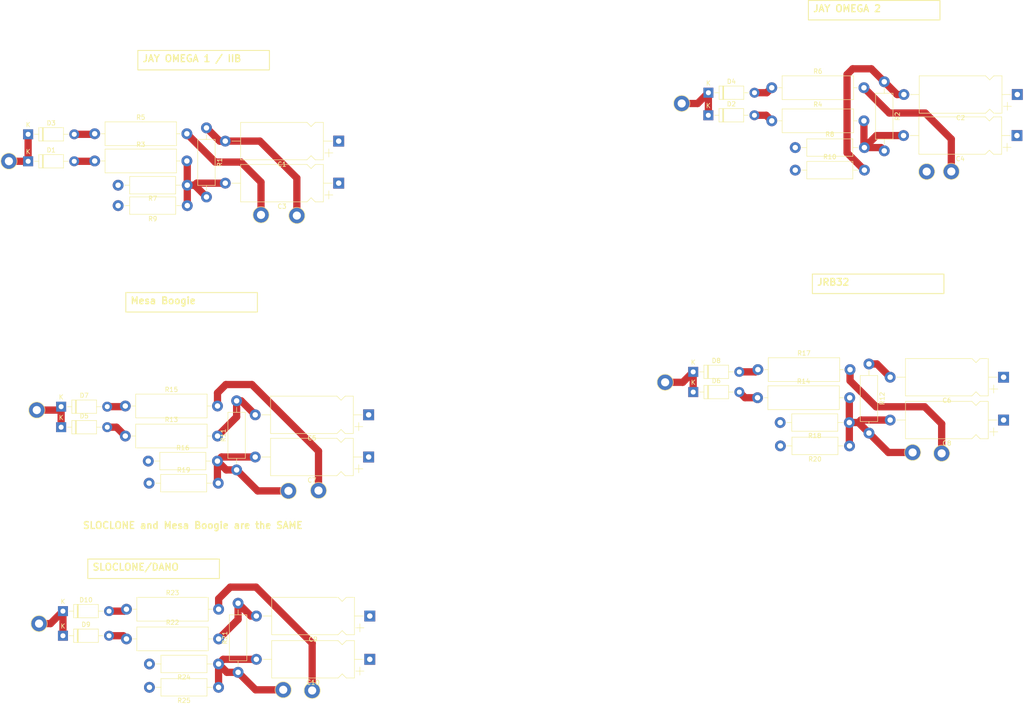
<source format=kicad_pcb>
(kicad_pcb (version 20241229) (generator "pcbnew") (generator_version "9.0")
  (layers (0 "F.Cu" signal) (2 "B.Cu" signal) (13 "F.Paste" user) (15 "B.Paste" user) (5 "F.SilkS" user "F.Silkscreen") (7 "B.SilkS" user "B.Silkscreen") (1 "F.Mask" user) (3 "B.Mask" user) (25 "Edge.Cuts" user))
  (net 0 "")
  (net 1 "GND")
  (net 2 "F")
  (net 3 "Net-(C2-Pad2)")
  (net 4 "Net-(C3-Pad2)")
  (net 5 "Net-(C4-Pad2)")
  (net 6 "Net-(C5-Pad2)")
  (net 7 "Net-(C6-Pad2)")
  (net 8 "Net-(C9-Pad2)")
  (net 9 "60VAC")
  (net 10 "Net-(D1-A)")
  (net 11 "Net-(D2-A)")
  (net 12 "Net-(D3-A)")
  (net 13 "Net-(D4-A)")
  (net 14 "Net-(D5-A)")
  (net 15 "Net-(D6-A)")
  (net 16 "Net-(D7-A)")
  (net 17 "Net-(D8-A)")
  (net 18 "Net-(D9-A)")
  (net 19 "Net-(D10-A)")
  (net 20 "G")
  (footprint "Capacitor_THT:CP_Axial_L18.0mm_D8.0mm_P25.00mm_Horizontal" (layer "F.Cu") (at 95.925 114 180)
    (property "Reference" "C5" (at 12.5 -5.12 0) (layer "F.SilkS"))
    (property "Value" "47uF 100V")
    (pad "1" thru_hole rect (at 0 0 180) (size 2.4 2.4) (drill 1.2) (layers "*.Cu" "*.Mask") (net 1 "GND"))
    (pad "2" thru_hole oval (at 25 0 180) (size 2.4 2.4) (drill 1.2) (layers "*.Cu" "*.Mask") (net 6 "Net-(C5-Pad2)"))
  )
  (footprint "Capacitor_THT:CP_Axial_L18.0mm_D8.0mm_P25.00mm_Horizontal" (layer "F.Cu") (at 89.325 62.9 180)
    (property "Reference" "C3" (at 12.5 -5.12 0) (layer "F.SilkS"))
    (property "Value" "47uF 100V")
    (pad "1" thru_hole rect (at 0 0 180) (size 2.4 2.4) (drill 1.2) (layers "*.Cu" "*.Mask") (net 1 "GND"))
    (pad "2" thru_hole oval (at 25 0 180) (size 2.4 2.4) (drill 1.2) (layers "*.Cu" "*.Mask") (net 4 "Net-(C3-Pad2)"))
  )
  (footprint "HiroFootprints:Out_Hole_3.4_1.8" (layer "F.Cu") (at 16.63 58.05)
    (property "Reference" "TP3" (hide yes))
    (property "Value" "Bias Tap" (hide yes))
    (pad "1" thru_hole circle (at 0 0) (size 3.4 3.4) (drill 1.8) (layers "*.Cu" "*.Mask") (net 9 "60VAC"))
  )
  (footprint "Resistor_THT:R_Axial_DIN0411_L9.9mm_D3.6mm_P15.24mm_Horizontal" (layer "F.Cu") (at 60.175 50.705 -90)
    (property "Reference" "R1" (at 7.62 -2.92 90) (layer "F.SilkS"))
    (property "Value" "10K")
    (pad "1" thru_hole circle (at 0 0 270) (size 2.4 2.4) (drill 1.2) (layers "*.Cu" "*.Mask") (net 2 "F"))
    (pad "2" thru_hole oval (at 15.24 0 270) (size 2.4 2.4) (drill 1.2) (layers "*.Cu" "*.Mask") (net 4 "Net-(C3-Pad2)"))
  )
  (footprint "Diode_THT:D_DO-41_SOD81_P10.16mm_Horizontal" (layer "F.Cu") (at 20.87 52.125)
    (property "Reference" "D3" (at 5.08 -2.47 0) (layer "F.SilkS"))
    (property "Value" "1N4006")
    (fp_text user "K" (at 0 -2.1 0) (layer "F.SilkS"))
    (pad "1" thru_hole rect (at 0 0) (size 2.2 2.2) (drill 1.1) (layers "*.Cu" "*.Mask") (net 9 "60VAC"))
    (pad "2" thru_hole oval (at 10.16 0) (size 2.2 2.2) (drill 1.1) (layers "*.Cu" "*.Mask") (net 12 "Net-(D3-A)"))
  )
  (footprint "Diode_THT:D_DO-41_SOD81_P10.16mm_Horizontal" (layer "F.Cu") (at 170.81 42.95)
    (property "Reference" "D4" (at 5.08 -2.47 0) (layer "F.SilkS"))
    (property "Value" "1N4006")
    (fp_text user "K" (at 0 -2.1 0) (layer "F.SilkS"))
    (pad "1" thru_hole rect (at 0 0) (size 2.2 2.2) (drill 1.1) (layers "*.Cu" "*.Mask") (net 9 "60VAC"))
    (pad "2" thru_hole oval (at 10.16 0) (size 2.2 2.2) (drill 1.1) (layers "*.Cu" "*.Mask") (net 13 "Net-(D4-A)"))
  )
  (footprint "Resistor_THT:R_Axial_DIN0411_L9.9mm_D3.6mm_P15.24mm_Horizontal" (layer "F.Cu") (at 206.2 102.78 -90)
    (property "Reference" "R12" (at 7.62 -2.92 90) (layer "F.SilkS"))
    (property "Value" "10K")
    (pad "1" thru_hole circle (at 0 0 270) (size 2.4 2.4) (drill 1.2) (layers "*.Cu" "*.Mask") (net 7 "Net-(C6-Pad2)"))
    (pad "2" thru_hole oval (at 15.24 0 270) (size 2.4 2.4) (drill 1.2) (layers "*.Cu" "*.Mask") (net 2 "F"))
  )
  (footprint "Resistor_THT:R_Axial_DIN0516_L15.5mm_D5.0mm_P20.32mm_Horizontal" (layer "F.Cu") (at 181.715 104.025)
    (property "Reference" "R17" (at 10.16 -3.62 0) (layer "F.SilkS"))
    (property "Value" "220")
    (pad "1" thru_hole circle (at 0 0) (size 2.4 2.4) (drill 1.2) (layers "*.Cu" "*.Mask") (net 17 "Net-(D8-A)"))
    (pad "2" thru_hole oval (at 20.32 0) (size 2.4 2.4) (drill 1.2) (layers "*.Cu" "*.Mask") (net 20 "G"))
  )
  (footprint "Diode_THT:D_DO-41_SOD81_P10.16mm_Horizontal" (layer "F.Cu") (at 28.545 157.3)
    (property "Reference" "D10" (at 5.08 -2.47 0) (layer "F.SilkS"))
    (property "Value" "1N4006")
    (fp_text user "K" (at 0 -2.1 0) (layer "F.SilkS"))
    (pad "1" thru_hole rect (at 0 0) (size 2.2 2.2) (drill 1.1) (layers "*.Cu" "*.Mask") (net 9 "60VAC"))
    (pad "2" thru_hole oval (at 10.16 0) (size 2.2 2.2) (drill 1.1) (layers "*.Cu" "*.Mask") (net 19 "Net-(D10-A)"))
  )
  (footprint "Diode_THT:D_DO-41_SOD81_P10.16mm_Horizontal" (layer "F.Cu") (at 28.145 116.725)
    (property "Reference" "D5" (at 5.08 -2.47 0) (layer "F.SilkS"))
    (property "Value" "1N4006")
    (fp_text user "K" (at 0 -2.1 0) (layer "F.SilkS"))
    (pad "1" thru_hole rect (at 0 0) (size 2.2 2.2) (drill 1.1) (layers "*.Cu" "*.Mask") (net 9 "60VAC"))
    (pad "2" thru_hole oval (at 10.16 0) (size 2.2 2.2) (drill 1.1) (layers "*.Cu" "*.Mask") (net 14 "Net-(D5-A)"))
  )
  (footprint "Resistor_THT:R_Axial_DIN0516_L15.5mm_D5.0mm_P20.32mm_Horizontal" (layer "F.Cu") (at 42.29 112.05)
    (property "Reference" "R15" (at 10.16 -3.62 0) (layer "F.SilkS"))
    (property "Value" "220")
    (pad "1" thru_hole circle (at 0 0) (size 2.4 2.4) (drill 1.2) (layers "*.Cu" "*.Mask") (net 16 "Net-(D7-A)"))
    (pad "2" thru_hole oval (at 20.32 0) (size 2.4 2.4) (drill 1.2) (layers "*.Cu" "*.Mask") (net 20 "G"))
  )
  (footprint "Resistor_THT:R_Axial_DIN0411_L9.9mm_D3.6mm_P15.24mm_Horizontal" (layer "F.Cu") (at 47.355 124.2)
    (property "Reference" "R16" (at 7.62 -2.92 0) (layer "F.SilkS"))
    (property "Value" "Bias Set")
    (pad "1" thru_hole circle (at 0 0) (size 2.4 2.4) (drill 1.2) (layers "*.Cu" "*.Mask") (net 1 "GND"))
    (pad "2" thru_hole oval (at 15.24 0) (size 2.4 2.4) (drill 1.2) (layers "*.Cu" "*.Mask") (net 2 "F"))
  )
  (footprint "Resistor_THT:R_Axial_DIN0411_L9.9mm_D3.6mm_P15.24mm_Horizontal" (layer "F.Cu") (at 189.955 60.025)
    (property "Reference" "R10" (at 7.62 -2.92 0) (layer "F.SilkS"))
    (property "Value" "Bias Set")
    (pad "1" thru_hole circle (at 0 0) (size 2.4 2.4) (drill 1.2) (layers "*.Cu" "*.Mask") (net 1 "GND"))
    (pad "2" thru_hole oval (at 15.24 0) (size 2.4 2.4) (drill 1.2) (layers "*.Cu" "*.Mask") (net 3 "Net-(C2-Pad2)"))
  )
  (footprint "Capacitor_THT:CP_Axial_L18.0mm_D8.0mm_P25.00mm_Horizontal" (layer "F.Cu") (at 238.825 52.4 180)
    (property "Reference" "C4" (at 12.5 -5.12 0) (layer "F.SilkS"))
    (property "Value" "47uF 100V")
    (pad "1" thru_hole rect (at 0 0 180) (size 2.4 2.4) (drill 1.2) (layers "*.Cu" "*.Mask") (net 1 "GND"))
    (pad "2" thru_hole oval (at 25 0 180) (size 2.4 2.4) (drill 1.2) (layers "*.Cu" "*.Mask") (net 5 "Net-(C4-Pad2)"))
  )
  (footprint "Resistor_THT:R_Axial_DIN0411_L9.9mm_D3.6mm_P15.24mm_Horizontal" (layer "F.Cu") (at 201.875 115.7 180)
    (property "Reference" "R18" (at 7.62 -2.92 0) (layer "F.SilkS"))
    (property "Value" "Bias Set")
    (pad "1" thru_hole circle (at 0 0 180) (size 2.4 2.4) (drill 1.2) (layers "*.Cu" "*.Mask") (net 2 "F"))
    (pad "2" thru_hole oval (at 15.24 0 180) (size 2.4 2.4) (drill 1.2) (layers "*.Cu" "*.Mask") (net 1 "GND"))
  )
  (footprint "Resistor_THT:R_Axial_DIN0411_L9.9mm_D3.6mm_P15.24mm_Horizontal" (layer "F.Cu") (at 189.955 55.05)
    (property "Reference" "R8" (at 7.62 -2.92 0) (layer "F.SilkS"))
    (property "Value" "Bias Set")
    (pad "1" thru_hole circle (at 0 0) (size 2.4 2.4) (drill 1.2) (layers "*.Cu" "*.Mask") (net 1 "GND"))
    (pad "2" thru_hole oval (at 15.24 0) (size 2.4 2.4) (drill 1.2) (layers "*.Cu" "*.Mask") (net 5 "Net-(C4-Pad2)"))
  )
  (footprint "Resistor_THT:R_Axial_DIN0411_L9.9mm_D3.6mm_P15.24mm_Horizontal" (layer "F.Cu") (at 66.825 126.145 90)
    (property "Reference" "R11" (at 7.62 -2.92 90) (layer "F.SilkS"))
    (property "Value" "10K")
    (pad "1" thru_hole circle (at 0 0 90) (size 2.4 2.4) (drill 1.2) (layers "*.Cu" "*.Mask") (net 2 "F"))
    (pad "2" thru_hole oval (at 15.24 0 90) (size 2.4 2.4) (drill 1.2) (layers "*.Cu" "*.Mask") (net 6 "Net-(C5-Pad2)"))
  )
  (footprint "Capacitor_THT:CP_Axial_L18.0mm_D8.0mm_P25.00mm_Horizontal" (layer "F.Cu") (at 235.875 105.7 180)
    (property "Reference" "C6" (at 12.5 -5.12 0) (layer "F.SilkS"))
    (property "Value" "47uF 100V")
    (pad "1" thru_hole rect (at 0 0 180) (size 2.4 2.4) (drill 1.2) (layers "*.Cu" "*.Mask") (net 1 "GND"))
    (pad "2" thru_hole oval (at 25 0 180) (size 2.4 2.4) (drill 1.2) (layers "*.Cu" "*.Mask") (net 7 "Net-(C6-Pad2)"))
  )
  (footprint "Resistor_THT:R_Axial_DIN0516_L15.5mm_D5.0mm_P20.32mm_Horizontal" (layer "F.Cu") (at 184.775 49.15)
    (property "Reference" "R4" (at 10.16 -3.62 0) (layer "F.SilkS"))
    (property "Value" "470")
    (pad "1" thru_hole circle (at 0 0) (size 2.4 2.4) (drill 1.2) (layers "*.Cu" "*.Mask") (net 11 "Net-(D2-A)"))
    (pad "2" thru_hole oval (at 20.32 0) (size 2.4 2.4) (drill 1.2) (layers "*.Cu" "*.Mask") (net 5 "Net-(C4-Pad2)"))
  )
  (footprint "Diode_THT:D_DO-41_SOD81_P10.16mm_Horizontal" (layer "F.Cu") (at 28.145 112.2)
    (property "Reference" "D7" (at 5.08 -2.47 0) (layer "F.SilkS"))
    (property "Value" "1N4006")
    (fp_text user "K" (at 0 -2.1 0) (layer "F.SilkS"))
    (pad "1" thru_hole rect (at 0 0) (size 2.2 2.2) (drill 1.1) (layers "*.Cu" "*.Mask") (net 9 "60VAC"))
    (pad "2" thru_hole oval (at 10.16 0) (size 2.2 2.2) (drill 1.1) (layers "*.Cu" "*.Mask") (net 16 "Net-(D7-A)"))
  )
  (footprint "Resistor_THT:R_Axial_DIN0411_L9.9mm_D3.6mm_P15.24mm_Horizontal" (layer "F.Cu") (at 55.95 67.85 180)
    (property "Reference" "R9" (at 7.62 -2.92 0) (layer "F.SilkS"))
    (property "Value" "Bias Set")
    (pad "1" thru_hole circle (at 0 0 180) (size 2.4 2.4) (drill 1.2) (layers "*.Cu" "*.Mask") (net 4 "Net-(C3-Pad2)"))
    (pad "2" thru_hole oval (at 15.24 0 180) (size 2.4 2.4) (drill 1.2) (layers "*.Cu" "*.Mask") (net 1 "GND"))
  )
  (footprint "Capacitor_THT:CP_Axial_L18.0mm_D8.0mm_P25.00mm_Horizontal" (layer "F.Cu") (at 95.925 123.3 180)
    (property "Reference" "C7" (at 12.5 -5.12 0) (layer "F.SilkS"))
    (property "Value" "47uF 100V")
    (pad "1" thru_hole rect (at 0 0 180) (size 2.4 2.4) (drill 1.2) (layers "*.Cu" "*.Mask") (net 1 "GND"))
    (pad "2" thru_hole oval (at 25 0 180) (size 2.4 2.4) (drill 1.2) (layers "*.Cu" "*.Mask") (net 2 "F"))
  )
  (footprint "Diode_THT:D_DO-41_SOD81_P10.16mm_Horizontal" (layer "F.Cu") (at 167.47 108.975)
    (property "Reference" "D6" (at 5.08 -2.47 0) (layer "F.SilkS"))
    (property "Value" "1N4006")
    (fp_text user "K" (at 0 -2.1 0) (layer "F.SilkS"))
    (pad "1" thru_hole rect (at 0 0) (size 2.2 2.2) (drill 1.1) (layers "*.Cu" "*.Mask") (net 9 "60VAC"))
    (pad "2" thru_hole oval (at 10.16 0) (size 2.2 2.2) (drill 1.1) (layers "*.Cu" "*.Mask") (net 15 "Net-(D6-A)"))
  )
  (footprint "Resistor_THT:R_Axial_DIN0516_L15.5mm_D5.0mm_P20.32mm_Horizontal" (layer "F.Cu") (at 184.775 41.85)
    (property "Reference" "R6" (at 10.16 -3.62 0) (layer "F.SilkS"))
    (property "Value" "220")
    (pad "1" thru_hole circle (at 0 0) (size 2.4 2.4) (drill 1.2) (layers "*.Cu" "*.Mask") (net 13 "Net-(D4-A)"))
    (pad "2" thru_hole oval (at 20.32 0) (size 2.4 2.4) (drill 1.2) (layers "*.Cu" "*.Mask") (net 20 "G"))
  )
  (footprint "HiroFootprints:Out_Hole_3.4_1.8" (layer "F.Cu") (at 224.35 60.325)
    (property "Reference" "TP6" (hide yes))
    (property "Value" "EQ/G" (hide yes))
    (pad "1" thru_hole circle (at 0 0) (size 3.4 3.4) (drill 1.8) (layers "*.Cu" "*.Mask") (net 20 "G"))
  )
  (footprint "HiroFootprints:Out_Hole_3.4_1.8" (layer "F.Cu") (at 78.25 130.775)
    (property "Reference" "TP7" (hide yes))
    (property "Value" "Bias/F" (hide yes))
    (pad "1" thru_hole circle (at 0 0) (size 3.4 3.4) (drill 1.8) (layers "*.Cu" "*.Mask") (net 2 "F"))
  )
  (footprint "Resistor_THT:R_Axial_DIN0411_L9.9mm_D3.6mm_P15.24mm_Horizontal" (layer "F.Cu") (at 209.575 40.53 -90)
    (property "Reference" "R2" (at 7.62 -2.92 90) (layer "F.SilkS"))
    (property "Value" "10K")
    (pad "1" thru_hole circle (at 0 0 270) (size 2.4 2.4) (drill 1.2) (layers "*.Cu" "*.Mask") (net 3 "Net-(C2-Pad2)"))
    (pad "2" thru_hole oval (at 15.24 0 270) (size 2.4 2.4) (drill 1.2) (layers "*.Cu" "*.Mask") (net 5 "Net-(C4-Pad2)"))
  )
  (footprint "Resistor_THT:R_Axial_DIN0516_L15.5mm_D5.0mm_P20.32mm_Horizontal" (layer "F.Cu") (at 42.29 118.675)
    (property "Reference" "R13" (at 10.16 -3.62 0) (layer "F.SilkS"))
    (property "Value" "470")
    (pad "1" thru_hole circle (at 0 0) (size 2.4 2.4) (drill 1.2) (layers "*.Cu" "*.Mask") (net 14 "Net-(D5-A)"))
    (pad "2" thru_hole oval (at 20.32 0) (size 2.4 2.4) (drill 1.2) (layers "*.Cu" "*.Mask") (net 6 "Net-(C5-Pad2)"))
  )
  (footprint "Resistor_THT:R_Axial_DIN0516_L15.5mm_D5.0mm_P20.32mm_Horizontal" (layer "F.Cu") (at 42.54 156.875)
    (property "Reference" "R23" (at 10.16 -3.62 0) (layer "F.SilkS"))
    (property "Value" "220")
    (pad "1" thru_hole circle (at 0 0) (size 2.4 2.4) (drill 1.2) (layers "*.Cu" "*.Mask") (net 19 "Net-(D10-A)"))
    (pad "2" thru_hole oval (at 20.32 0) (size 2.4 2.4) (drill 1.2) (layers "*.Cu" "*.Mask") (net 20 "G"))
  )
  (footprint "Diode_THT:D_DO-41_SOD81_P10.16mm_Horizontal" (layer "F.Cu") (at 20.87 58.075)
    (property "Reference" "D1" (at 5.08 -2.47 0) (layer "F.SilkS"))
    (property "Value" "1N4006")
    (fp_text user "K" (at 0 -2.1 0) (layer "F.SilkS"))
    (pad "1" thru_hole rect (at 0 0) (size 2.2 2.2) (drill 1.1) (layers "*.Cu" "*.Mask") (net 9 "60VAC"))
    (pad "2" thru_hole oval (at 10.16 0) (size 2.2 2.2) (drill 1.1) (layers "*.Cu" "*.Mask") (net 10 "Net-(D1-A)"))
  )
  (footprint "Resistor_THT:R_Axial_DIN0411_L9.9mm_D3.6mm_P15.24mm_Horizontal" (layer "F.Cu") (at 47.53 129.075)
    (property "Reference" "R19" (at 7.62 -2.92 0) (layer "F.SilkS"))
    (property "Value" "Bias Set")
    (pad "1" thru_hole circle (at 0 0) (size 2.4 2.4) (drill 1.2) (layers "*.Cu" "*.Mask") (net 1 "GND"))
    (pad "2" thru_hole oval (at 15.24 0) (size 2.4 2.4) (drill 1.2) (layers "*.Cu" "*.Mask") (net 2 "F"))
  )
  (footprint "Resistor_THT:R_Axial_DIN0411_L9.9mm_D3.6mm_P15.24mm_Horizontal" (layer "F.Cu") (at 62.845 174.1 180)
    (property "Reference" "R25" (at 7.62 -2.92 0) (layer "F.SilkS"))
    (property "Value" "Bias Set")
    (pad "1" thru_hole circle (at 0 0 180) (size 2.4 2.4) (drill 1.2) (layers "*.Cu" "*.Mask") (net 2 "F"))
    (pad "2" thru_hole oval (at 15.24 0 180) (size 2.4 2.4) (drill 1.2) (layers "*.Cu" "*.Mask") (net 1 "GND"))
  )
  (footprint "Capacitor_THT:CP_Axial_L18.0mm_D8.0mm_P25.00mm_Horizontal" (layer "F.Cu") (at 89.325 53.625 180)
    (property "Reference" "C1" (at 12.5 -5.12 0) (layer "F.SilkS"))
    (property "Value" "47uF 100V")
    (pad "1" thru_hole rect (at 0 0 180) (size 2.4 2.4) (drill 1.2) (layers "*.Cu" "*.Mask") (net 1 "GND"))
    (pad "2" thru_hole oval (at 25 0 180) (size 2.4 2.4) (drill 1.2) (layers "*.Cu" "*.Mask") (net 2 "F"))
  )
  (footprint "HiroFootprints:Out_Hole_3.4_1.8" (layer "F.Cu") (at 77.1 174.65)
    (property "Reference" "TP13" (hide yes))
    (property "Value" "Bias/F" (hide yes))
    (pad "1" thru_hole circle (at 0 0) (size 3.4 3.4) (drill 1.8) (layers "*.Cu" "*.Mask") (net 2 "F"))
  )
  (footprint "HiroFootprints:Out_Hole_3.4_1.8" (layer "F.Cu") (at 215.825 122.3)
    (property "Reference" "TP8" (hide yes))
    (property "Value" "Bias/F" (hide yes))
    (pad "1" thru_hole circle (at 0 0) (size 3.4 3.4) (drill 1.8) (layers "*.Cu" "*.Mask") (net 2 "F"))
  )
  (footprint "Capacitor_THT:CP_Axial_L18.0mm_D8.0mm_P25.00mm_Horizontal" (layer "F.Cu") (at 235.875 115.15 180)
    (property "Reference" "C8" (at 12.5 -5.12 0) (layer "F.SilkS"))
    (property "Value" "47uF 100V")
    (pad "1" thru_hole rect (at 0 0 180) (size 2.4 2.4) (drill 1.2) (layers "*.Cu" "*.Mask") (net 1 "GND"))
    (pad "2" thru_hole oval (at 25 0 180) (size 2.4 2.4) (drill 1.2) (layers "*.Cu" "*.Mask") (net 2 "F"))
  )
  (footprint "HiroFootprints:Out_Hole_3.4_1.8" (layer "F.Cu") (at 22.775 112.95)
    (property "Reference" "TP9" (hide yes))
    (property "Value" "Bias Tap" (hide yes))
    (pad "1" thru_hole circle (at 0 0) (size 3.4 3.4) (drill 1.8) (layers "*.Cu" "*.Mask") (net 9 "60VAC"))
  )
  (footprint "Diode_THT:D_DO-41_SOD81_P10.16mm_Horizontal" (layer "F.Cu") (at 170.795 47.925)
    (property "Reference" "D2" (at 5.08 -2.47 0) (layer "F.SilkS"))
    (property "Value" "1N4006")
    (fp_text user "K" (at 0 -2.1 0) (layer "F.SilkS"))
    (pad "1" thru_hole rect (at 0 0) (size 2.2 2.2) (drill 1.1) (layers "*.Cu" "*.Mask") (net 9 "60VAC"))
    (pad "2" thru_hole oval (at 10.16 0) (size 2.2 2.2) (drill 1.1) (layers "*.Cu" "*.Mask") (net 11 "Net-(D2-A)"))
  )
  (footprint "Resistor_THT:R_Axial_DIN0516_L15.5mm_D5.0mm_P20.32mm_Horizontal" (layer "F.Cu") (at 42.54 163.425)
    (property "Reference" "R22" (at 10.16 -3.62 0) (layer "F.SilkS"))
    (property "Value" "470")
    (pad "1" thru_hole circle (at 0 0) (size 2.4 2.4) (drill 1.2) (layers "*.Cu" "*.Mask") (net 18 "Net-(D9-A)"))
    (pad "2" thru_hole oval (at 20.32 0) (size 2.4 2.4) (drill 1.2) (layers "*.Cu" "*.Mask") (net 8 "Net-(C9-Pad2)"))
  )
  (footprint "Resistor_THT:R_Axial_DIN0516_L15.5mm_D5.0mm_P20.32mm_Horizontal" (layer "F.Cu") (at 35.54 58)
    (property "Reference" "R3" (at 10.16 -3.62 0) (layer "F.SilkS"))
    (property "Value" "470")
    (pad "1" thru_hole circle (at 0 0) (size 2.4 2.4) (drill 1.2) (layers "*.Cu" "*.Mask") (net 10 "Net-(D1-A)"))
    (pad "2" thru_hole oval (at 20.32 0) (size 2.4 2.4) (drill 1.2) (layers "*.Cu" "*.Mask") (net 4 "Net-(C3-Pad2)"))
  )
  (footprint "Capacitor_THT:CP_Axial_L18.0mm_D8.0mm_P25.00mm_Horizontal" (layer "F.Cu") (at 96.175 158.375 180)
    (property "Reference" "C9" (at 12.5 -5.12 0) (layer "F.SilkS"))
    (property "Value" "47uF 100V")
    (pad "1" thru_hole rect (at 0 0 180) (size 2.4 2.4) (drill 1.2) (layers "*.Cu" "*.Mask") (net 1 "GND"))
    (pad "2" thru_hole oval (at 25 0 180) (size 2.4 2.4) (drill 1.2) (layers "*.Cu" "*.Mask") (net 8 "Net-(C9-Pad2)"))
  )
  (footprint "Resistor_THT:R_Axial_DIN0516_L15.5mm_D5.0mm_P20.32mm_Horizontal" (layer "F.Cu") (at 35.54 52)
    (property "Reference" "R5" (at 10.16 -3.62 0) (layer "F.SilkS"))
    (property "Value" "220")
    (pad "1" thru_hole circle (at 0 0) (size 2.4 2.4) (drill 1.2) (layers "*.Cu" "*.Mask") (net 12 "Net-(D3-A)"))
    (pad "2" thru_hole oval (at 20.32 0) (size 2.4 2.4) (drill 1.2) (layers "*.Cu" "*.Mask") (net 20 "G"))
  )
  (footprint "Resistor_THT:R_Axial_DIN0411_L9.9mm_D3.6mm_P15.24mm_Horizontal" (layer "F.Cu") (at 67.15 170.795 90)
    (property "Reference" "R21" (at 7.62 -2.92 90) (layer "F.SilkS"))
    (property "Value" "10K")
    (pad "1" thru_hole circle (at 0 0 90) (size 2.4 2.4) (drill 1.2) (layers "*.Cu" "*.Mask") (net 2 "F"))
    (pad "2" thru_hole oval (at 15.24 0 90) (size 2.4 2.4) (drill 1.2) (layers "*.Cu" "*.Mask") (net 8 "Net-(C9-Pad2)"))
  )
  (footprint "Diode_THT:D_DO-41_SOD81_P10.16mm_Horizontal" (layer "F.Cu") (at 28.545 162.725)
    (property "Reference" "D9" (at 5.08 -2.47 0) (layer "F.SilkS"))
    (property "Value" "1N4006")
    (fp_text user "K" (at 0 -2.1 0) (layer "F.SilkS"))
    (pad "1" thru_hole rect (at 0 0) (size 2.2 2.2) (drill 1.1) (layers "*.Cu" "*.Mask") (net 9 "60VAC"))
    (pad "2" thru_hole oval (at 10.16 0) (size 2.2 2.2) (drill 1.1) (layers "*.Cu" "*.Mask") (net 18 "Net-(D9-A)"))
  )
  (footprint "HiroFootprints:Out_Hole_3.4_1.8" (layer "F.Cu") (at 80.1 70.05)
    (property "Reference" "TP1" (hide yes))
    (property "Value" "Bias/F" (hide yes))
    (pad "1" thru_hole circle (at 0 0) (size 3.4 3.4) (drill 1.8) (layers "*.Cu" "*.Mask") (net 2 "F"))
  )
  (footprint "HiroFootprints:Out_Hole_3.4_1.8" (layer "F.Cu") (at 23.275 160.05)
    (property "Reference" "TP14" (hide yes))
    (property "Value" "Bias Tap" (hide yes))
    (pad "1" thru_hole circle (at 0 0) (size 3.4 3.4) (drill 1.8) (layers "*.Cu" "*.Mask") (net 9 "60VAC"))
  )
  (footprint "Capacitor_THT:CP_Axial_L18.0mm_D8.0mm_P25.00mm_Horizontal" (layer "F.Cu") (at 238.9 43.35 180)
    (property "Reference" "C2" (at 12.5 -5.12 0) (layer "F.SilkS"))
    (property "Value" "47uF 100V")
    (pad "1" thru_hole rect (at 0 0 180) (size 2.4 2.4) (drill 1.2) (layers "*.Cu" "*.Mask") (net 1 "GND"))
    (pad "2" thru_hole oval (at 25 0 180) (size 2.4 2.4) (drill 1.2) (layers "*.Cu" "*.Mask") (net 3 "Net-(C2-Pad2)"))
  )
  (footprint "Resistor_THT:R_Axial_DIN0516_L15.5mm_D5.0mm_P20.32mm_Horizontal" (layer "F.Cu") (at 181.64 110.225)
    (property "Reference" "R14" (at 10.16 -3.62 0) (layer "F.SilkS"))
    (property "Value" "470")
    (pad "1" thru_hole circle (at 0 0) (size 2.4 2.4) (drill 1.2) (layers "*.Cu" "*.Mask") (net 15 "Net-(D6-A)"))
    (pad "2" thru_hole oval (at 20.32 0) (size 2.4 2.4) (drill 1.2) (layers "*.Cu" "*.Mask") (net 2 "F"))
  )
  (footprint "HiroFootprints:Out_Hole_3.4_1.8" (layer "F.Cu") (at 83.475 174.8)
    (property "Reference" "TP15" (hide yes))
    (property "Value" "EQ/G" (hide yes))
    (pad "1" thru_hole circle (at 0 0) (size 3.4 3.4) (drill 1.8) (layers "*.Cu" "*.Mask") (net 20 "G"))
  )
  (footprint "HiroFootprints:Out_Hole_3.4_1.8" (layer "F.Cu") (at 161.275 106.825)
    (property "Reference" "TP10" (hide yes))
    (property "Value" "Bias Tap" (hide yes))
    (pad "1" thru_hole circle (at 0 0) (size 3.4 3.4) (drill 1.8) (layers "*.Cu" "*.Mask") (net 9 "60VAC"))
  )
  (footprint "Resistor_THT:R_Axial_DIN0411_L9.9mm_D3.6mm_P15.24mm_Horizontal" (layer "F.Cu") (at 55.945 63.35 180)
    (property "Reference" "R7" (at 7.62 -2.92 0) (layer "F.SilkS"))
    (property "Value" "Bias Set")
    (pad "1" thru_hole circle (at 0 0 180) (size 2.4 2.4) (drill 1.2) (layers "*.Cu" "*.Mask") (net 4 "Net-(C3-Pad2)"))
    (pad "2" thru_hole oval (at 15.24 0 180) (size 2.4 2.4) (drill 1.2) (layers "*.Cu" "*.Mask") (net 1 "GND"))
  )
  (footprint "Diode_THT:D_DO-41_SOD81_P10.16mm_Horizontal" (layer "F.Cu") (at 167.46 104.525)
    (property "Reference" "D8" (at 5.08 -2.47 0) (layer "F.SilkS"))
    (property "Value" "1N4006")
    (fp_text user "K" (at 0 -2.1 0) (layer "F.SilkS"))
    (pad "1" thru_hole rect (at 0 0) (size 2.2 2.2) (drill 1.1) (layers "*.Cu" "*.Mask") (net 9 "60VAC"))
    (pad "2" thru_hole oval (at 10.16 0) (size 2.2 2.2) (drill 1.1) (layers "*.Cu" "*.Mask") (net 17 "Net-(D8-A)"))
  )
  (footprint "Resistor_THT:R_Axial_DIN0411_L9.9mm_D3.6mm_P15.24mm_Horizontal" (layer "F.Cu") (at 62.845 168.95 180)
    (property "Reference" "R24" (at 7.62 -2.92 0) (layer "F.SilkS"))
    (property "Value" "Bias Set")
    (pad "1" thru_hole circle (at 0 0 180) (size 2.4 2.4) (drill 1.2) (layers "*.Cu" "*.Mask") (net 2 "F"))
    (pad "2" thru_hole oval (at 15.24 0 180) (size 2.4 2.4) (drill 1.2) (layers "*.Cu" "*.Mask") (net 1 "GND"))
  )
  (footprint "HiroFootprints:Out_Hole_3.4_1.8" (layer "F.Cu") (at 222.225 122.5)
    (property "Reference" "TP12" (hide yes))
    (property "Value" "EQ/G" (hide yes))
    (pad "1" thru_hole circle (at 0 0) (size 3.4 3.4) (drill 1.8) (layers "*.Cu" "*.Mask") (net 20 "G"))
  )
  (footprint "HiroFootprints:Out_Hole_3.4_1.8" (layer "F.Cu") (at 218.925 60.35)
    (property "Reference" "TP2" (hide yes))
    (property "Value" "Bias/F" (hide yes))
    (pad "1" thru_hole circle (at 0 0) (size 3.4 3.4) (drill 1.8) (layers "*.Cu" "*.Mask") (net 2 "F"))
  )
  (footprint "HiroFootprints:Out_Hole_3.4_1.8" (layer "F.Cu") (at 164.925 45.325)
    (property "Reference" "TP4" (hide yes))
    (property "Value" "Bias Tap" (hide yes))
    (pad "1" thru_hole circle (at 0 0) (size 3.4 3.4) (drill 1.8) (layers "*.Cu" "*.Mask") (net 9 "60VAC"))
  )
  (footprint "HiroFootprints:Out_Hole_3.4_1.8" (layer "F.Cu") (at 84.875 130.7)
    (property "Reference" "TP11" (hide yes))
    (property "Value" "EQ/G" (hide yes))
    (pad "1" thru_hole circle (at 0 0) (size 3.4 3.4) (drill 1.8) (layers "*.Cu" "*.Mask") (net 20 "G"))
  )
  (footprint "Resistor_THT:R_Axial_DIN0411_L9.9mm_D3.6mm_P15.24mm_Horizontal" (layer "F.Cu") (at 201.92 120.85 180)
    (property "Reference" "R20" (at 7.62 -2.92 0) (layer "F.SilkS"))
    (property "Value" "Bias Set")
    (pad "1" thru_hole circle (at 0 0 180) (size 2.4 2.4) (drill 1.2) (layers "*.Cu" "*.Mask") (net 2 "F"))
    (pad "2" thru_hole oval (at 15.24 0 180) (size 2.4 2.4) (drill 1.2) (layers "*.Cu" "*.Mask") (net 1 "GND"))
  )
  (footprint "Capacitor_THT:CP_Axial_L18.0mm_D8.0mm_P25.00mm_Horizontal" (layer "F.Cu") (at 96.175 167.925 180)
    (property "Reference" "C10" (at 12.5 -5.12 0) (layer "F.SilkS"))
    (property "Value" "47uF 100V")
    (pad "1" thru_hole rect (at 0 0 180) (size 2.4 2.4) (drill 1.2) (layers "*.Cu" "*.Mask") (net 1 "GND"))
    (pad "2" thru_hole oval (at 25 0 180) (size 2.4 2.4) (drill 1.2) (layers "*.Cu" "*.Mask") (net 2 "F"))
  )
  (footprint "HiroFootprints:Out_Hole_3.4_1.8" (layer "F.Cu") (at 72.2 69.9)
    (property "Reference" "TP5" (hide yes))
    (property "Value" "EQ/G" (hide yes))
    (pad "1" thru_hole circle (at 0 0) (size 3.4 3.4) (drill 1.8) (layers "*.Cu" "*.Mask") (net 20 "G"))
  )
  (gr_text "SLOCLONE and Mesa Boogie are the SAME" (at 32.8 139.25 0) (layer "F.SilkS") (effects (font (size 1.5 1.5) (thickness 0.3) (bold yes)) (justify left bottom)))
  (gr_text_box "SLOCLONE/DANO" (start 34.025 145.8) (end 63.025 150.1) (margins 1.0025 1.0025 1.0025 1.0025) (layer "F.SilkS") (effects (font (size 1.5 1.5) (thickness 0.3) (bold yes)) (justify left top)) (border yes) (stroke (width 0.2)))
  (gr_text_box "Mesa Boogie" (start 42.4 87.025) (end 71.4 91.325) (margins 1.0025 1.0025 1.0025 1.0025) (layer "F.SilkS") (effects (font (size 1.5 1.5) (thickness 0.3) (bold yes)) (justify left top)) (border yes) (stroke (width 0.2)))
  (gr_text_box "JAY OMEGA 2" (start 192.85 22.6) (end 221.85 26.9) (margins 1.0025 1.0025 1.0025 1.0025) (layer "F.SilkS") (effects (font (size 1.5 1.5) (thickness 0.3) (bold yes)) (justify left top)) (border yes) (stroke (width 0.2)))
  (gr_text_box "JAY OMEGA 1 / IIB" (start 45.05 33.625) (end 74.05 37.925) (margins 1.0025 1.0025 1.0025 1.0025) (layer "F.SilkS") (effects (font (size 1.5 1.5) (thickness 0.3) (bold yes)) (justify left top)) (border yes) (stroke (width 0.2)))
  (gr_text_box "JRB32" (start 193.725 82.95) (end 222.725 87.25) (margins 1.0025 1.0025 1.0025 1.0025) (layer "F.SilkS") (effects (font (size 1.5 1.5) (thickness 0.3) (bold yes)) (justify left top)) (border yes) (stroke (width 0.2)))
  (segment (start 62.595 124.2) (end 62.595 128.9) (width 1.6) (layer "F.Cu") (net 2))
  (segment (start 63.095 53.625) (end 64.325 53.625) (width 1.6) (layer "F.Cu") (net 2))
  (segment (start 204.43 115.15) (end 203.88 115.7) (width 1.6) (layer "F.Cu") (net 2))
  (segment (start 201.875 120.805) (end 201.92 120.85) (width 1.6) (layer "F.Cu") (net 2))
  (segment (start 201.875 115.7) (end 201.875 110.31) (width 1.6) (layer "F.Cu") (net 2))
  (segment (start 67.15 170.795) (end 64.69 170.795) (width 1.6) (layer "F.Cu") (net 2))
  (segment (start 210.48 122.3) (end 206.2 118.02) (width 1.6) (layer "F.Cu") (net 2))
  (segment (start 70.925 123.3) (end 63.495 123.3) (width 1.6) (layer "F.Cu") (net 2))
  (segment (start 201.875 115.7) (end 201.875 120.805) (width 1.6) (layer "F.Cu") (net 2))
  (segment (start 63.495 123.3) (end 62.595 124.2) (width 1.6) (layer "F.Cu") (net 2))
  (segment (start 64.325 53.625) (end 71.95 53.625) (width 1.6) (layer "F.Cu") (net 2))
  (segment (start 77.1 174.65) (end 71.005 174.65) (width 1.6) (layer "F.Cu") (net 2))
  (segment (start 71.455 130.775) (end 66.825 126.145) (width 1.6) (layer "F.Cu") (net 2))
  (segment (start 62.845 168.95) (end 62.845 174.1) (width 1.6) (layer "F.Cu") (net 2))
  (segment (start 203.88 115.7) (end 206.2 118.02) (width 1.6) (layer "F.Cu") (net 2))
  (segment (start 71.95 53.625) (end 80.1 61.775) (width 1.6) (layer "F.Cu") (net 2))
  (segment (start 62.595 128.9) (end 62.77 129.075) (width 1.6) (layer "F.Cu") (net 2))
  (segment (start 71.005 174.65) (end 67.15 170.795) (width 1.6) (layer "F.Cu") (net 2))
  (segment (start 215.825 122.3) (end 210.48 122.3) (width 1.6) (layer "F.Cu") (net 2))
  (segment (start 64.54 126.145) (end 62.595 124.2) (width 1.6) (layer "F.Cu") (net 2))
  (segment (start 64.69 170.795) (end 62.845 168.95) (width 1.6) (layer "F.Cu") (net 2))
  (segment (start 78.25 130.775) (end 71.455 130.775) (width 1.6) (layer "F.Cu") (net 2))
  (segment (start 210.875 115.15) (end 204.43 115.15) (width 1.6) (layer "F.Cu") (net 2))
  (segment (start 66.825 126.145) (end 64.54 126.145) (width 1.6) (layer "F.Cu") (net 2))
  (segment (start 71.175 167.925) (end 63.87 167.925) (width 1.6) (layer "F.Cu") (net 2))
  (segment (start 201.875 115.7) (end 203.88 115.7) (width 1.6) (layer "F.Cu") (net 2))
  (segment (start 60.175 50.705) (end 63.095 53.625) (width 1.6) (layer "F.Cu") (net 2))
  (segment (start 63.87 167.925) (end 62.845 168.95) (width 1.6) (layer "F.Cu") (net 2))
  (segment (start 201.875 110.31) (end 201.96 110.225) (width 1.6) (layer "F.Cu") (net 2))
  (segment (start 80.1 61.775) (end 80.1 70.05) (width 1.6) (layer "F.Cu") (net 2))
  (segment (start 209.575 40.53) (end 206.72 37.675) (width 1.6) (layer "F.Cu") (net 3))
  (segment (start 206.72 37.675) (end 202.625 37.675) (width 1.6) (layer "F.Cu") (net 3))
  (segment (start 209.575 40.53) (end 212.395 43.35) (width 1.6) (layer "F.Cu") (net 3))
  (segment (start 201.375 38.925) (end 201.375 56.205) (width 1.6) (layer "F.Cu") (net 3))
  (segment (start 212.395 43.35) (end 213.9 43.35) (width 1.6) (layer "F.Cu") (net 3))
  (segment (start 202.625 37.675) (end 201.375 38.925) (width 1.6) (layer "F.Cu") (net 3))
  (segment (start 201.375 56.205) (end 205.195 60.025) (width 1.6) (layer "F.Cu") (net 3))
  (segment (start 55.95 67.85) (end 55.95 63.355) (width 1.6) (layer "F.Cu") (net 4))
  (segment (start 55.95 63.355) (end 55.945 63.35) (width 1.6) (layer "F.Cu") (net 4))
  (segment (start 55.945 58.085) (end 55.86 58) (width 1.6) (layer "F.Cu") (net 4))
  (segment (start 60.175 65.945) (end 57.58 63.35) (width 1.6) (layer "F.Cu") (net 4))
  (segment (start 64.325 62.9) (end 58.03 62.9) (width 1.6) (layer "F.Cu") (net 4))
  (segment (start 55.945 63.35) (end 55.945 58.085) (width 1.6) (layer "F.Cu") (net 4))
  (segment (start 57.58 63.35) (end 55.945 63.35) (width 1.6) (layer "F.Cu") (net 4))
  (segment (start 58.03 62.9) (end 57.58 63.35) (width 1.6) (layer "F.Cu") (net 4))
  (segment (start 205.095 54.95) (end 205.195 55.05) (width 1.6) (layer "F.Cu") (net 5))
  (segment (start 208.855 55.05) (end 209.575 55.77) (width 1.6) (layer "F.Cu") (net 5))
  (segment (start 213.825 52.4) (end 207.845 52.4) (width 1.6) (layer "F.Cu") (net 5))
  (segment (start 207.845 52.4) (end 205.195 55.05) (width 1.6) (layer "F.Cu") (net 5))
  (segment (start 205.195 55.05) (end 208.855 55.05) (width 1.6) (layer "F.Cu") (net 5))
  (segment (start 205.095 49.15) (end 205.095 54.95) (width 1.6) (layer "F.Cu") (net 5))
  (segment (start 67.83 110.905) (end 66.825 110.905) (width 1.6) (layer "F.Cu") (net 6))
  (segment (start 62.61 118.675) (end 66.825 114.46) (width 1.6) (layer "F.Cu") (net 6))
  (segment (start 66.825 114.46) (end 66.825 110.905) (width 1.6) (layer "F.Cu") (net 6))
  (segment (start 70.925 114) (end 67.83 110.905) (width 1.6) (layer "F.Cu") (net 6))
  (segment (start 207.955 102.78) (end 210.875 105.7) (width 1.6) (layer "F.Cu") (net 7))
  (segment (start 206.2 102.78) (end 207.955 102.78) (width 1.6) (layer "F.Cu") (net 7))
  (segment (start 67.15 155.555) (end 67.15 159.135) (width 1.6) (layer "F.Cu") (net 8))
  (segment (start 67.15 159.135) (end 62.86 163.425) (width 1.6) (layer "F.Cu") (net 8))
  (segment (start 69.97 158.375) (end 71.175 158.375) (width 1.6) (layer "F.Cu") (net 8))
  (segment (start 67.15 155.555) (end 69.97 158.375) (width 1.6) (layer "F.Cu") (net 8))
  (segment (start 161.275 106.825) (end 165.16 106.825) (width 1.6) (layer "F.Cu") (net 9))
  (segment (start 25.795 160.05) (end 28.545 157.3) (width 1.6) (layer "F.Cu") (net 9))
  (segment (start 23.275 160.05) (end 25.795 160.05) (width 1.6) (layer "F.Cu") (net 9))
  (segment (start 165.16 106.825) (end 167.46 104.525) (width 1.6) (layer "F.Cu") (net 9))
  (segment (start 170.81 47.91) (end 170.795 47.925) (width 1.6) (layer "F.Cu") (net 9))
  (segment (start 168.435 45.325) (end 170.81 42.95) (width 1.6) (layer "F.Cu") (net 9))
  (segment (start 167.46 104.525) (end 167.46 108.965) (width 1.6) (layer "F.Cu") (net 9))
  (segment (start 28.145 112.2) (end 28.145 116.725) (width 1.6) (layer "F.Cu") (net 9))
  (segment (start 20.87 58.075) (end 16.655 58.075) (width 1.6) (layer "F.Cu") (net 9))
  (segment (start 167.46 108.965) (end 167.47 108.975) (width 1.6) (layer "F.Cu") (net 9))
  (segment (start 27.395 112.95) (end 28.145 112.2) (width 1.6) (layer "F.Cu") (net 9))
  (segment (start 16.655 58.075) (end 16.63 58.05) (width 1.6) (layer "F.Cu") (net 9))
  (segment (start 170.81 42.95) (end 170.81 47.91) (width 1.6) (layer "F.Cu") (net 9))
  (segment (start 28.545 162.725) (end 28.545 157.3) (width 1.6) (layer "F.Cu") (net 9))
  (segment (start 164.925 45.325) (end 168.435 45.325) (width 1.6) (layer "F.Cu") (net 9))
  (segment (start 22.775 112.95) (end 27.395 112.95) (width 1.6) (layer "F.Cu") (net 9))
  (segment (start 20.87 52.125) (end 20.87 58.075) (width 1.6) (layer "F.Cu") (net 9))
  (segment (start 35.465 58.075) (end 35.54 58) (width 1.6) (layer "F.Cu") (net 10))
  (segment (start 31.03 58.075) (end 35.465 58.075) (width 1.6) (layer "F.Cu") (net 10))
  (segment (start 183.55 47.925) (end 184.775 49.15) (width 1.6) (layer "F.Cu") (net 11))
  (segment (start 180.955 47.925) (end 183.55 47.925) (width 1.6) (layer "F.Cu") (net 11))
  (segment (start 31.03 52.125) (end 35.415 52.125) (width 1.6) (layer "F.Cu") (net 12))
  (segment (start 35.415 52.125) (end 35.54 52) (width 1.6) (layer "F.Cu") (net 12))
  (segment (start 183.675 42.95) (end 184.775 41.85) (width 1.6) (layer "F.Cu") (net 13))
  (segment (start 180.97 42.95) (end 183.675 42.95) (width 1.6) (layer "F.Cu") (net 13))
  (segment (start 38.305 116.725) (end 40.34 116.725) (width 1.6) (layer "F.Cu") (net 14))
  (segment (start 40.34 116.725) (end 42.29 118.675) (width 1.6) (layer "F.Cu") (net 14))
  (segment (start 178.88 110.225) (end 177.63 108.975) (width 1.6) (layer "F.Cu") (net 15))
  (segment (start 181.64 110.225) (end 178.88 110.225) (width 1.6) (layer "F.Cu") (net 15))
  (segment (start 42.14 112.2) (end 42.29 112.05) (width 1.6) (layer "F.Cu") (net 16))
  (segment (start 38.305 112.2) (end 42.14 112.2) (width 1.6) (layer "F.Cu") (net 16))
  (segment (start 177.62 104.525) (end 181.215 104.525) (width 1.6) (layer "F.Cu") (net 17))
  (segment (start 181.215 104.525) (end 181.715 104.025) (width 1.6) (layer "F.Cu") (net 17))
  (segment (start 38.705 162.725) (end 41.84 162.725) (width 1.6) (layer "F.Cu") (net 18))
  (segment (start 41.84 162.725) (end 42.54 163.425) (width 1.6) (layer "F.Cu") (net 18))
  (segment (start 42.115 157.3) (end 42.54 156.875) (width 1.6) (layer "F.Cu") (net 19))
  (segment (start 38.705 157.3) (end 42.115 157.3) (width 1.6) (layer "F.Cu") (net 19))
  (segment (start 224.35 53.175) (end 224.35 60.325) (width 1.6) (layer "F.Cu") (net 20))
  (segment (start 70.2 107.325) (end 84.875 122) (width 1.6) (layer "F.Cu") (net 20))
  (segment (start 65.425 152) (end 71.1 152) (width 1.6) (layer "F.Cu") (net 20))
  (segment (start 210.67 47.425) (end 218.6 47.425) (width 1.6) (layer "F.Cu") (net 20))
  (segment (start 84.875 122) (end 84.875 130.7) (width 1.6) (layer "F.Cu") (net 20))
  (segment (start 64.45 107.325) (end 70.2 107.325) (width 1.6) (layer "F.Cu") (net 20))
  (segment (start 83.475 164.375) (end 83.475 174.8) (width 1.6) (layer "F.Cu") (net 20))
  (segment (start 55.86 52) (end 62.11 58.25) (width 1.6) (layer "F.Cu") (net 20))
  (segment (start 207.775 112.225) (end 202.035 106.485) (width 1.6) (layer "F.Cu") (net 20))
  (segment (start 62.61 109.165) (end 64.45 107.325) (width 1.6) (layer "F.Cu") (net 20))
  (segment (start 222.225 122.5) (end 222.225 115.975) (width 1.6) (layer "F.Cu") (net 20))
  (segment (start 205.095 41.85) (end 210.67 47.425) (width 1.6) (layer "F.Cu") (net 20))
  (segment (start 71.1 152) (end 83.475 164.375) (width 1.6) (layer "F.Cu") (net 20))
  (segment (start 218.6 47.425) (end 224.35 53.175) (width 1.6) (layer "F.Cu") (net 20))
  (segment (start 72.2 62.675) (end 72.2 69.9) (width 1.6) (layer "F.Cu") (net 20))
  (segment (start 62.86 156.875) (end 62.86 154.565) (width 1.6) (layer "F.Cu") (net 20))
  (segment (start 202.035 106.485) (end 202.035 104.025) (width 1.6) (layer "F.Cu") (net 20))
  (segment (start 67.775 58.25) (end 72.2 62.675) (width 1.6) (layer "F.Cu") (net 20))
  (segment (start 62.11 58.25) (end 67.775 58.25) (width 1.6) (layer "F.Cu") (net 20))
  (segment (start 222.225 115.975) (end 218.475 112.225) (width 1.6) (layer "F.Cu") (net 20))
  (segment (start 218.475 112.225) (end 207.775 112.225) (width 1.6) (layer "F.Cu") (net 20))
  (segment (start 62.86 154.565) (end 65.425 152) (width 1.6) (layer "F.Cu") (net 20))
  (segment (start 62.61 112.05) (end 62.61 109.165) (width 1.6) (layer "F.Cu") (net 20))
)
</source>
